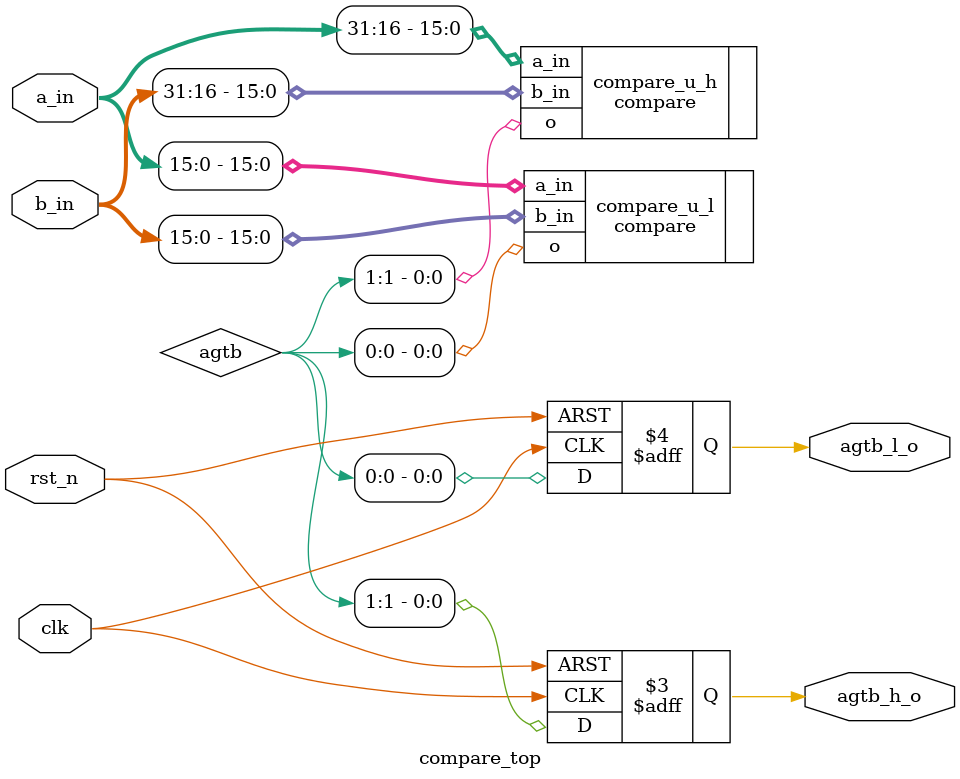
<source format=v>
`timescale 1ns / 1ps

module compare_top(
    input clk,
    input rst_n,
    input [31:0]a_in,
    input [31:0]b_in,
    output reg agtb_h_o,
    output reg agtb_l_o    
);
wire [1:0]agtb;
compare compare_u_h(
    .a_in(a_in[31:16]),
    .b_in(b_in[31:16]),
    .o(agtb[1])
);
compare compare_u_l(
    .a_in(a_in[15:0]),
    .b_in(b_in[15:0]),
    .o(agtb[0])
);
always @(posedge clk or negedge rst_n)
  begin
    if (!rst_n)
      begin
        {agtb_h_o,agtb_l_o} <= 0;
      end
    else
      begin
         {agtb_h_o,agtb_l_o} <= agtb;
      end
  end
endmodule // compare_top
</source>
